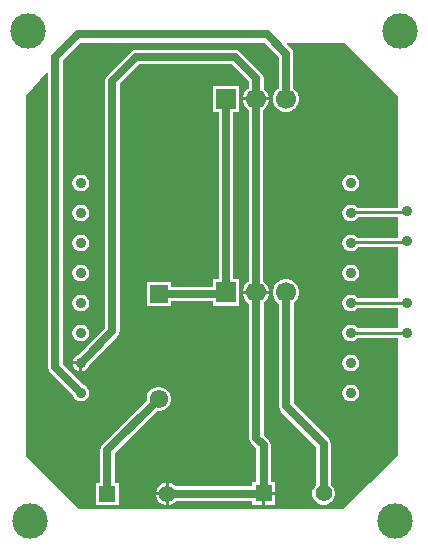
<source format=gbr>
%TF.GenerationSoftware,Altium Limited,Altium Designer,24.7.2 (38)*%
G04 Layer_Physical_Order=2*
G04 Layer_Color=16711680*
%FSLAX45Y45*%
%MOMM*%
%TF.SameCoordinates,2370CFE6-064A-4C8F-A3BC-26C693B17082*%
%TF.FilePolarity,Positive*%
%TF.FileFunction,Copper,L2,Bot,Signal*%
%TF.Part,Single*%
G01*
G75*
%TA.AperFunction,ComponentPad*%
%ADD11C,0.90000*%
%ADD12C,1.40000*%
%ADD13R,1.40000X1.40000*%
%ADD14C,1.70000*%
%ADD15R,1.70000X1.70000*%
%ADD16C,1.55000*%
%ADD17R,1.55000X1.55000*%
%TA.AperFunction,ViaPad*%
%ADD18C,3.00000*%
%TA.AperFunction,Conductor*%
%ADD19C,0.70000*%
%ADD20C,0.25500*%
%ADD21C,0.38100*%
G36*
X3300000Y3950000D02*
Y3004348D01*
X2957813D01*
X2946727Y3015434D01*
X2930674Y3024702D01*
X2912769Y3029500D01*
X2894232D01*
X2876327Y3024702D01*
X2860273Y3015434D01*
X2847166Y3002327D01*
X2837898Y2986273D01*
X2833100Y2968368D01*
Y2949832D01*
X2837898Y2931927D01*
X2847166Y2915873D01*
X2860273Y2902766D01*
X2876327Y2893498D01*
X2894232Y2888700D01*
X2912769D01*
X2930674Y2893498D01*
X2946727Y2902766D01*
X2959834Y2915873D01*
X2966000Y2926552D01*
X3300000D01*
Y2750348D01*
X2957813D01*
X2946727Y2761434D01*
X2930674Y2770702D01*
X2912769Y2775500D01*
X2894232D01*
X2876327Y2770702D01*
X2860273Y2761434D01*
X2847166Y2748327D01*
X2837898Y2732273D01*
X2833100Y2714368D01*
Y2695832D01*
X2837898Y2677927D01*
X2847166Y2661873D01*
X2860273Y2648766D01*
X2876327Y2639498D01*
X2894232Y2634700D01*
X2912769D01*
X2930674Y2639498D01*
X2946727Y2648766D01*
X2959834Y2661873D01*
X2966000Y2672552D01*
X3300000D01*
Y2235998D01*
X2962333D01*
X2959834Y2240327D01*
X2946727Y2253434D01*
X2930674Y2262702D01*
X2912769Y2267500D01*
X2894232D01*
X2876327Y2262702D01*
X2860273Y2253434D01*
X2847166Y2240327D01*
X2837898Y2224273D01*
X2833100Y2206368D01*
Y2187832D01*
X2837898Y2169927D01*
X2847166Y2153873D01*
X2860273Y2140766D01*
X2876327Y2131498D01*
X2894232Y2126700D01*
X2912769D01*
X2930674Y2131498D01*
X2946727Y2140766D01*
X2959834Y2153873D01*
X2962333Y2158202D01*
X3300000D01*
Y1981998D01*
X2962333D01*
X2959834Y1986327D01*
X2946727Y1999434D01*
X2930674Y2008702D01*
X2912769Y2013500D01*
X2894232D01*
X2876327Y2008702D01*
X2860273Y1999434D01*
X2847166Y1986327D01*
X2837898Y1970273D01*
X2833100Y1952368D01*
Y1933832D01*
X2837898Y1915927D01*
X2847166Y1899873D01*
X2860273Y1886766D01*
X2876327Y1877498D01*
X2894232Y1872700D01*
X2912769D01*
X2930674Y1877498D01*
X2946727Y1886766D01*
X2959834Y1899873D01*
X2962333Y1904202D01*
X3300000D01*
Y900000D01*
X2834783Y450000D01*
X600000D01*
X150000Y900000D01*
Y3950000D01*
X328146Y4150414D01*
X340017Y4145901D01*
Y1651000D01*
X344705Y1627433D01*
X358054Y1607454D01*
X549818Y1415691D01*
X551898Y1407927D01*
X561166Y1391873D01*
X574273Y1378766D01*
X590327Y1369498D01*
X608232Y1364700D01*
X626769D01*
X644674Y1369498D01*
X660727Y1378766D01*
X673834Y1391873D01*
X683103Y1407927D01*
X687900Y1425832D01*
Y1444368D01*
X683103Y1462273D01*
X673834Y1478327D01*
X660727Y1491434D01*
X644674Y1500702D01*
X636910Y1502783D01*
X463183Y1676509D01*
Y4254391D01*
X608792Y4400000D01*
X2175608D01*
X2292417Y4283191D01*
Y4016224D01*
X2286213Y4012642D01*
X2265658Y3992087D01*
X2251124Y3966913D01*
X2243601Y3938834D01*
Y3909766D01*
X2251124Y3881687D01*
X2265658Y3856513D01*
X2286213Y3835958D01*
X2311388Y3821424D01*
X2339466Y3813900D01*
X2368535D01*
X2396613Y3821424D01*
X2421788Y3835958D01*
X2442342Y3856513D01*
X2456877Y3881687D01*
X2464400Y3909766D01*
Y3938834D01*
X2456877Y3966913D01*
X2442342Y3992087D01*
X2421788Y4012642D01*
X2415584Y4016224D01*
Y4308700D01*
X2410896Y4332267D01*
X2397546Y4352246D01*
X2361526Y4388267D01*
X2366386Y4400000D01*
X2850000D01*
X3300000Y3950000D01*
D02*
G37*
%LPC*%
G36*
X1925600Y4341483D02*
X1087400D01*
X1063833Y4336795D01*
X1043854Y4323446D01*
X840654Y4120246D01*
X827305Y4100267D01*
X822617Y4076700D01*
Y1981309D01*
X598091Y1756783D01*
X590327Y1754702D01*
X574273Y1745434D01*
X561166Y1732327D01*
X551898Y1716273D01*
X548020Y1701800D01*
X617500D01*
Y1689100D01*
X630200D01*
Y1619620D01*
X644674Y1623498D01*
X660727Y1632766D01*
X673834Y1645873D01*
X683103Y1661927D01*
X685183Y1669691D01*
X927746Y1912254D01*
X941096Y1932233D01*
X945783Y1955800D01*
Y4051191D01*
X1112909Y4218317D01*
X1900091D01*
X2041817Y4076591D01*
Y4018187D01*
X2032213Y4012642D01*
X2011658Y3992087D01*
X1997124Y3966913D01*
X1989601Y3938834D01*
Y3937000D01*
X2210400D01*
Y3938834D01*
X2202877Y3966913D01*
X2188342Y3992087D01*
X2167788Y4012642D01*
X2164983Y4014261D01*
Y4102100D01*
X2160296Y4125667D01*
X2146946Y4145646D01*
X1969146Y4323446D01*
X1949167Y4336795D01*
X1925600Y4341483D01*
D02*
G37*
G36*
X2912769Y3283500D02*
X2894232D01*
X2876327Y3278702D01*
X2860273Y3269434D01*
X2847166Y3256327D01*
X2837898Y3240273D01*
X2833100Y3222368D01*
Y3203832D01*
X2837898Y3185927D01*
X2847166Y3169873D01*
X2860273Y3156766D01*
X2876327Y3147498D01*
X2894232Y3142700D01*
X2912769D01*
X2930674Y3147498D01*
X2946727Y3156766D01*
X2959834Y3169873D01*
X2969103Y3185927D01*
X2973900Y3203832D01*
Y3222368D01*
X2969103Y3240273D01*
X2959834Y3256327D01*
X2946727Y3269434D01*
X2930674Y3278702D01*
X2912769Y3283500D01*
D02*
G37*
G36*
X626769D02*
X608232D01*
X590327Y3278702D01*
X574273Y3269434D01*
X561166Y3256327D01*
X551898Y3240273D01*
X547100Y3222368D01*
Y3203832D01*
X551898Y3185927D01*
X561166Y3169873D01*
X574273Y3156766D01*
X590327Y3147498D01*
X608232Y3142700D01*
X626769D01*
X644674Y3147498D01*
X660727Y3156766D01*
X673834Y3169873D01*
X683103Y3185927D01*
X687900Y3203832D01*
Y3222368D01*
X683103Y3240273D01*
X673834Y3256327D01*
X660727Y3269434D01*
X644674Y3278702D01*
X626769Y3283500D01*
D02*
G37*
G36*
Y3029500D02*
X608232D01*
X590327Y3024702D01*
X574273Y3015434D01*
X561166Y3002327D01*
X551898Y2986273D01*
X547100Y2968368D01*
Y2949832D01*
X551898Y2931927D01*
X561166Y2915873D01*
X574273Y2902766D01*
X590327Y2893498D01*
X608232Y2888700D01*
X626769D01*
X644674Y2893498D01*
X660727Y2902766D01*
X673834Y2915873D01*
X683103Y2931927D01*
X687900Y2949832D01*
Y2968368D01*
X683103Y2986273D01*
X673834Y3002327D01*
X660727Y3015434D01*
X644674Y3024702D01*
X626769Y3029500D01*
D02*
G37*
G36*
Y2775500D02*
X608232D01*
X590327Y2770702D01*
X574273Y2761434D01*
X561166Y2748327D01*
X551898Y2732273D01*
X547100Y2714368D01*
Y2695832D01*
X551898Y2677927D01*
X561166Y2661873D01*
X574273Y2648766D01*
X590327Y2639498D01*
X608232Y2634700D01*
X626769D01*
X644674Y2639498D01*
X660727Y2648766D01*
X673834Y2661873D01*
X683103Y2677927D01*
X687900Y2695832D01*
Y2714368D01*
X683103Y2732273D01*
X673834Y2748327D01*
X660727Y2761434D01*
X644674Y2770702D01*
X626769Y2775500D01*
D02*
G37*
G36*
X2912769Y2521500D02*
X2894232D01*
X2876327Y2516702D01*
X2860273Y2507434D01*
X2847166Y2494327D01*
X2837898Y2478273D01*
X2833100Y2460368D01*
Y2441832D01*
X2837898Y2423927D01*
X2847166Y2407873D01*
X2860273Y2394766D01*
X2876327Y2385498D01*
X2894232Y2380700D01*
X2912769D01*
X2930674Y2385498D01*
X2946727Y2394766D01*
X2959834Y2407873D01*
X2969103Y2423927D01*
X2973900Y2441832D01*
Y2460368D01*
X2969103Y2478273D01*
X2959834Y2494327D01*
X2946727Y2507434D01*
X2930674Y2516702D01*
X2912769Y2521500D01*
D02*
G37*
G36*
X626769D02*
X608232D01*
X590327Y2516702D01*
X574273Y2507434D01*
X561166Y2494327D01*
X551898Y2478273D01*
X547100Y2460368D01*
Y2441832D01*
X551898Y2423927D01*
X561166Y2407873D01*
X574273Y2394766D01*
X590327Y2385498D01*
X608232Y2380700D01*
X626769D01*
X644674Y2385498D01*
X660727Y2394766D01*
X673834Y2407873D01*
X683103Y2423927D01*
X687900Y2441832D01*
Y2460368D01*
X683103Y2478273D01*
X673834Y2494327D01*
X660727Y2507434D01*
X644674Y2516702D01*
X626769Y2521500D01*
D02*
G37*
G36*
X1956400Y4034700D02*
X1735601D01*
Y3813900D01*
X1784417D01*
Y2396400D01*
X1735601D01*
Y2334383D01*
X1380800D01*
Y2375700D01*
X1175000D01*
Y2169900D01*
X1380800D01*
Y2211217D01*
X1735601D01*
Y2175600D01*
X1956400D01*
Y2396400D01*
X1907584D01*
Y3813900D01*
X1956400D01*
Y4034700D01*
D02*
G37*
G36*
X2210400Y3911600D02*
X1989601D01*
Y3909766D01*
X1997124Y3881687D01*
X2011658Y3856513D01*
X2032213Y3835958D01*
X2038417Y3832376D01*
Y2377924D01*
X2032213Y2374342D01*
X2011658Y2353787D01*
X1997124Y2328613D01*
X1989601Y2300534D01*
Y2298700D01*
X2210400D01*
Y2300534D01*
X2202877Y2328613D01*
X2188342Y2353787D01*
X2167788Y2374342D01*
X2161584Y2377924D01*
Y3832376D01*
X2167788Y3835958D01*
X2188342Y3856513D01*
X2202877Y3881687D01*
X2210400Y3909766D01*
Y3911600D01*
D02*
G37*
G36*
X626769Y2267500D02*
X608232D01*
X590327Y2262702D01*
X574273Y2253434D01*
X561166Y2240327D01*
X551898Y2224273D01*
X547100Y2206368D01*
Y2187832D01*
X551898Y2169927D01*
X561166Y2153873D01*
X574273Y2140766D01*
X590327Y2131498D01*
X608232Y2126700D01*
X626769D01*
X644674Y2131498D01*
X660727Y2140766D01*
X673834Y2153873D01*
X683103Y2169927D01*
X687900Y2187832D01*
Y2206368D01*
X683103Y2224273D01*
X673834Y2240327D01*
X660727Y2253434D01*
X644674Y2262702D01*
X626769Y2267500D01*
D02*
G37*
G36*
Y2013500D02*
X608232D01*
X590327Y2008702D01*
X574273Y1999434D01*
X561166Y1986327D01*
X551898Y1970273D01*
X547100Y1952368D01*
Y1933832D01*
X551898Y1915927D01*
X561166Y1899873D01*
X574273Y1886766D01*
X590327Y1877498D01*
X608232Y1872700D01*
X626769D01*
X644674Y1877498D01*
X660727Y1886766D01*
X673834Y1899873D01*
X683103Y1915927D01*
X687900Y1933832D01*
Y1952368D01*
X683103Y1970273D01*
X673834Y1986327D01*
X660727Y1999434D01*
X644674Y2008702D01*
X626769Y2013500D01*
D02*
G37*
G36*
X604800Y1676400D02*
X548020D01*
X551898Y1661927D01*
X561166Y1645873D01*
X574273Y1632766D01*
X590327Y1623498D01*
X604800Y1619620D01*
Y1676400D01*
D02*
G37*
G36*
X2912769Y1759500D02*
X2894232D01*
X2876327Y1754702D01*
X2860273Y1745434D01*
X2847166Y1732327D01*
X2837898Y1716273D01*
X2833100Y1698368D01*
Y1679832D01*
X2837898Y1661927D01*
X2847166Y1645873D01*
X2860273Y1632766D01*
X2876327Y1623498D01*
X2894232Y1618700D01*
X2912769D01*
X2930674Y1623498D01*
X2946727Y1632766D01*
X2959834Y1645873D01*
X2969103Y1661927D01*
X2973900Y1679832D01*
Y1698368D01*
X2969103Y1716273D01*
X2959834Y1732327D01*
X2946727Y1745434D01*
X2930674Y1754702D01*
X2912769Y1759500D01*
D02*
G37*
G36*
Y1505500D02*
X2894232D01*
X2876327Y1500702D01*
X2860273Y1491434D01*
X2847166Y1478327D01*
X2837898Y1462273D01*
X2833100Y1444368D01*
Y1425832D01*
X2837898Y1407927D01*
X2847166Y1391873D01*
X2860273Y1378766D01*
X2876327Y1369498D01*
X2894232Y1364700D01*
X2912769D01*
X2930674Y1369498D01*
X2946727Y1378766D01*
X2959834Y1391873D01*
X2969103Y1407927D01*
X2973900Y1425832D01*
Y1444368D01*
X2969103Y1462273D01*
X2959834Y1478327D01*
X2946727Y1491434D01*
X2930674Y1500702D01*
X2912769Y1505500D01*
D02*
G37*
G36*
X1291447Y1487700D02*
X1264353D01*
X1238182Y1480688D01*
X1214718Y1467141D01*
X1195560Y1447982D01*
X1182013Y1424518D01*
X1175000Y1398347D01*
Y1371253D01*
X1175478Y1369470D01*
X798454Y992446D01*
X785105Y972467D01*
X780417Y948900D01*
Y675400D01*
X746600D01*
Y484600D01*
X937400D01*
Y675400D01*
X903583D01*
Y923391D01*
X1262570Y1282378D01*
X1264353Y1281900D01*
X1291447D01*
X1317618Y1288913D01*
X1341082Y1302460D01*
X1360241Y1321618D01*
X1373788Y1345082D01*
X1380800Y1371253D01*
Y1398347D01*
X1373788Y1424518D01*
X1360241Y1447982D01*
X1341082Y1467141D01*
X1317618Y1480688D01*
X1291447Y1487700D01*
D02*
G37*
G36*
X2210400Y2273300D02*
X1989601D01*
Y2271466D01*
X1997124Y2243387D01*
X2011658Y2218213D01*
X2032213Y2197658D01*
X2041817Y2192113D01*
Y1054100D01*
X2046505Y1030533D01*
X2059854Y1010554D01*
X2105317Y965091D01*
Y679600D01*
X2071500D01*
Y643683D01*
X1421233D01*
X1408577Y656339D01*
X1386823Y668899D01*
X1362700Y675362D01*
Y580000D01*
Y484638D01*
X1386823Y491102D01*
X1408577Y503661D01*
X1425433Y520517D01*
X2071500D01*
Y488800D01*
X2154200D01*
Y584200D01*
X2166900D01*
Y596900D01*
X2262300D01*
Y679600D01*
X2228483D01*
Y990600D01*
X2223796Y1014167D01*
X2210446Y1034146D01*
X2164983Y1079609D01*
Y2196039D01*
X2167788Y2197658D01*
X2188342Y2218213D01*
X2202877Y2243387D01*
X2210400Y2271466D01*
Y2273300D01*
D02*
G37*
G36*
X1337300Y675362D02*
X1313177Y668899D01*
X1291423Y656339D01*
X1273661Y638577D01*
X1261102Y616823D01*
X1254638Y592700D01*
X1337300D01*
Y675362D01*
D02*
G37*
G36*
X2368535Y2396400D02*
X2339466D01*
X2311388Y2388876D01*
X2286213Y2374342D01*
X2265658Y2353787D01*
X2251124Y2328613D01*
X2243601Y2300534D01*
Y2271466D01*
X2251124Y2243387D01*
X2265658Y2218213D01*
X2286213Y2197658D01*
X2295817Y2192113D01*
Y1320800D01*
X2300505Y1297233D01*
X2313854Y1277254D01*
X2613317Y977791D01*
Y657533D01*
X2598561Y642777D01*
X2586002Y621023D01*
X2579500Y596760D01*
Y571640D01*
X2586002Y547377D01*
X2598561Y525623D01*
X2616323Y507861D01*
X2638077Y495302D01*
X2662341Y488800D01*
X2687460D01*
X2711723Y495302D01*
X2733477Y507861D01*
X2751239Y525623D01*
X2763799Y547377D01*
X2770300Y571640D01*
Y596760D01*
X2763799Y621023D01*
X2751239Y642777D01*
X2736483Y657533D01*
Y1003300D01*
X2731796Y1026867D01*
X2718446Y1046846D01*
X2418983Y1346309D01*
Y2196039D01*
X2421788Y2197658D01*
X2442342Y2218213D01*
X2456877Y2243387D01*
X2464400Y2271466D01*
Y2300534D01*
X2456877Y2328613D01*
X2442342Y2353787D01*
X2421788Y2374342D01*
X2396613Y2388876D01*
X2368535Y2396400D01*
D02*
G37*
G36*
X2262300Y571500D02*
X2179600D01*
Y488800D01*
X2262300D01*
Y571500D01*
D02*
G37*
G36*
X1337300Y567300D02*
X1254638D01*
X1261102Y543177D01*
X1273661Y521423D01*
X1291423Y503661D01*
X1313177Y491102D01*
X1337300Y484638D01*
Y567300D01*
D02*
G37*
%LPD*%
D11*
X617500Y1435100D02*
D03*
Y1689100D02*
D03*
Y1943100D02*
D03*
Y2197100D02*
D03*
Y2451100D02*
D03*
Y2705100D02*
D03*
Y2959100D02*
D03*
Y3213100D02*
D03*
X2903500Y1435100D02*
D03*
Y1689100D02*
D03*
Y1943100D02*
D03*
Y2197100D02*
D03*
Y2451100D02*
D03*
Y2705100D02*
D03*
Y2959100D02*
D03*
Y3213100D02*
D03*
X3379400Y2971800D02*
D03*
Y2717800D02*
D03*
Y2197100D02*
D03*
Y1943100D02*
D03*
D12*
X2674900Y584200D02*
D03*
X1350000Y580000D02*
D03*
D13*
X2166900Y584200D02*
D03*
X842000Y580000D02*
D03*
D14*
X2354000Y3924300D02*
D03*
X2100000D02*
D03*
X2354000Y2286000D02*
D03*
X2100000D02*
D03*
D15*
X1846000Y3924300D02*
D03*
Y2286000D02*
D03*
D16*
X1277900Y1384800D02*
D03*
D17*
Y2272800D02*
D03*
D18*
X3320000Y4500000D02*
D03*
X3280000Y350000D02*
D03*
X190000D02*
D03*
X170000Y4500000D02*
D03*
D19*
X1352100Y582100D02*
X2164800D01*
X2166900Y584200D01*
X1350000Y580000D02*
X1352100Y582100D01*
X2674900Y584200D02*
Y1003300D01*
X842000Y580000D02*
Y948900D01*
X1277900Y1384800D01*
X592100Y4470400D02*
X2192300D01*
X2354000Y4308700D01*
X401600Y1651000D02*
X617500Y1435100D01*
X401600Y4279900D02*
X592100Y4470400D01*
X2354000Y3924300D02*
Y4308700D01*
X401600Y1651000D02*
Y4279900D01*
X1277900Y2272800D02*
X1836200D01*
X1846000Y2286000D02*
Y3924300D01*
X1925600Y4279900D02*
X2103400Y4102100D01*
X884200Y4076700D02*
X1087400Y4279900D01*
X617500Y1689100D02*
X884200Y1955800D01*
Y4076700D01*
X1087400Y4279900D02*
X1925600D01*
X2100000Y3924300D02*
X2103400Y3927700D01*
X2166900Y584200D02*
Y990600D01*
X2100000Y2286000D02*
Y3924300D01*
X2103400Y1054100D02*
Y2286000D01*
Y1054100D02*
X2166900Y990600D01*
X2103400Y3927700D02*
Y4102100D01*
X2357400Y1320800D02*
X2674900Y1003300D01*
X2357400Y1320800D02*
Y2286000D01*
D20*
X2903500Y1943100D02*
X3373400D01*
X2903500Y2197100D02*
X3373400D01*
X2909850Y2711450D02*
X3367050D01*
X2909850Y2965450D02*
X3367050D01*
D21*
Y2711450D02*
X3373400Y2717800D01*
X2903500Y2705100D02*
X2909850Y2711450D01*
X3367050Y2965450D02*
X3373400Y2971800D01*
X2903500Y2959100D02*
X2909850Y2965450D01*
%TF.MD5,da8341d6c06280b5e6c61e411c09efac*%
M02*

</source>
